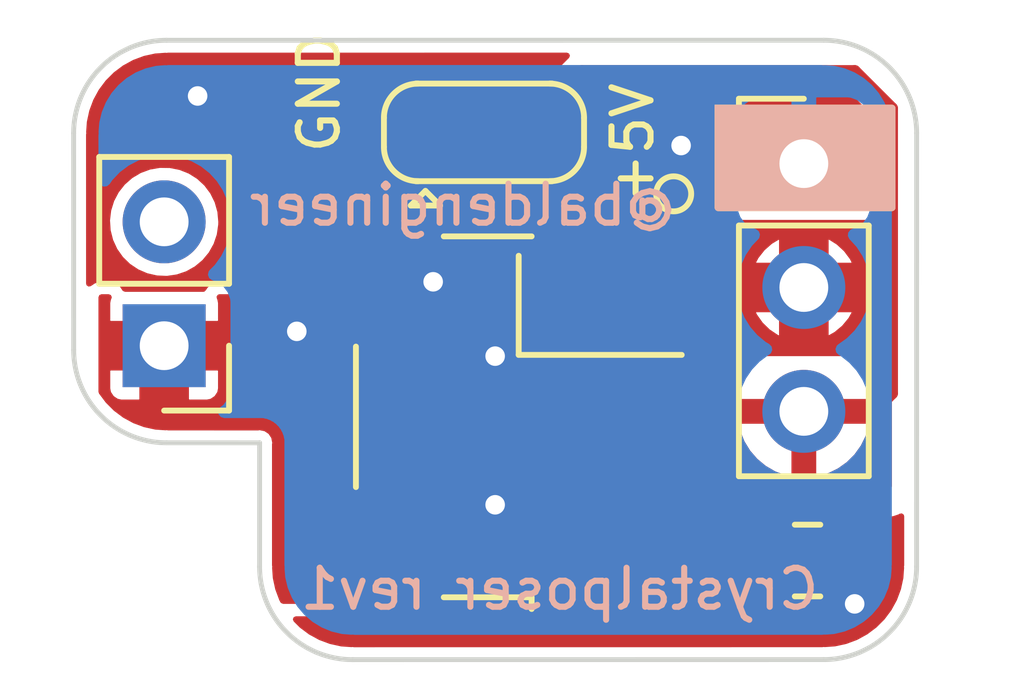
<source format=kicad_pcb>
(kicad_pcb (version 20211014) (generator pcbnew)
  (layers (0 "F.Cu" signal) (31 "B.Cu" signal) (34 "B.Paste" user) (35 "F.Paste" user) (36 "B.SilkS" user "B.Silkscreen") (37 "F.SilkS" user "F.Silkscreen") (38 "B.Mask" user) (39 "F.Mask" user) (44 "Edge.Cuts" user))
  (net 0 "")
  (net 1 "+5V")
  (net 2 "GND")
  (net 3 "/EN")
  (net 4 "/14M")
  (net 5 "/INT_14M")
  (footprint "Jumper:SolderJumper-3_P1.3mm_Open_RoundedPad1.0x1.5mm" (layer "F.Cu") (at 149.8854 116.8245)
    (fp_text reference "JP1" hide)
    (fp_text value "X_EN")
    (fp_line (start -1.2 1.2) (end -0.9 1.5) (layer "F.SilkS") (width 0.12))
    (fp_line (start -2.05 0.3) (end -2.05 -0.3) (layer "F.SilkS") (width 0.12))
    (fp_line (start -1.4 -1) (end 1.4 -1) (layer "F.SilkS") (width 0.12))
    (fp_line (start 2.05 -0.3) (end 2.05 0.3) (layer "F.SilkS") (width 0.12))
    (fp_line (start -1.5 1.5) (end -0.9 1.5) (layer "F.SilkS") (width 0.12))
    (fp_line (start 1.4 1) (end -1.4 1) (layer "F.SilkS") (width 0.12))
    (fp_line (start -1.2 1.2) (end -1.5 1.5) (layer "F.SilkS") (width 0.12))
    (fp_arc (start -2.05 -0.3) (mid -1.844975 -0.794975) (end -1.35 -1) (layer "F.SilkS") (width 0.12))
    (fp_arc (start 1.35 -1) (mid 1.844975 -0.794975) (end 2.05 -0.3) (layer "F.SilkS") (width 0.12))
    (fp_arc (start 2.05 0.3) (mid 1.844975 0.794975) (end 1.35 1) (layer "F.SilkS") (width 0.12))
    (fp_arc (start -1.35 1) (mid -1.844975 0.794975) (end -2.05 0.3) (layer "F.SilkS") (width 0.12))
    (pad "1" smd custom locked (at -1.3 0) (size 1 0.5) (layers "F.Cu" "F.Mask") (net 2 "GND") (options (clearance outline) (anchor rect)) (primitives (gr_circle (center 0 0.25) (end 0.5 0.25) (width 0) (fill yes)) (gr_circle (center 0 -0.25) (end 0.5 -0.25) (width 0) (fill yes)) (gr_poly (pts (xy 0.55 0.75) (xy 0 0.75) (xy 0 -0.75) (xy 0.55 -0.75)) (width 0) (fill yes))))
    (pad "2" smd rect locked (at 0 0) (size 1 1.5) (layers "F.Cu" "F.Mask") (net 3 "/EN"))
    (pad "3" smd custom locked (at 1.3 0) (size 1 0.5) (layers "F.Cu" "F.Mask") (net 1 "+5V") (options (clearance outline) (anchor rect)) (primitives (gr_circle (center 0 0.25) (end 0.5 0.25) (width 0) (fill yes)) (gr_circle (center 0 -0.25) (end 0.5 -0.25) (width 0) (fill yes)) (gr_poly (pts (xy 0 0.75) (xy -0.55 0.75) (xy -0.55 -0.75) (xy 0 -0.75)) (width 0) (fill yes))))
  )
  (footprint "My Libraries:Oscillator_MCP_SMD_7050" (layer "F.Cu") (at 149.9616 122.6566 90)
    (fp_text reference "X1" hide)
    (fp_text value "14.31818MHz")
    (fp_line (start 1.27 0.635) (end 1.27 3.975) (layer "F.SilkS") (width 0.12))
    (fp_line (start -3.94 0.9) (end -3.7 0.9) (layer "F.SilkS") (width 0.12))
    (fp_line (start -3.7 0.9) (end -3.7 -0.9) (layer "F.SilkS") (width 0.12))
    (fp_line (start -1.44 -2.7) (end 1.44 -2.7) (layer "F.SilkS") (width 0.12))
    (fp_line (start 1.27 0.635) (end 3.302 0.635) (layer "F.SilkS") (width 0.12))
    (fp_line (start 3.7 -0.9) (end 3.7 0.9) (layer "F.SilkS") (width 0.12))
    (fp_circle (center 4.572 3.81) (end 4.318 4.064) (layer "F.SilkS") (width 0.12) (fill none))
    (pad "1" smd rect (at 2.63 2.6 90) (size 1.98 3) (layers "F.Cu" "F.Paste" "F.Mask") (net 3 "/EN"))
    (pad "2" smd rect (at 2.63 -2.6 90) (size 1.98 3) (layers "F.Cu" "F.Paste" "F.Mask") (net 2 "GND"))
    (pad "3" smd rect (at -2.63 -2.6 90) (size 1.98 3) (layers "F.Cu" "F.Paste" "F.Mask") (net 4 "/14M"))
    (pad "4" smd rect (at -2.63 2.6 90) (size 1.98 3) (layers "F.Cu" "F.Paste" "F.Mask") (net 1 "+5V"))
  )
  (footprint "Capacitor_SMD:C_0805_2012Metric" (layer "F.Cu") (at 156.5148 125.603)
    (fp_text reference "C1" hide)
    (fp_text value "1uF")
    (fp_line (start -0.261252 0.735) (end 0.261252 0.735) (layer "F.SilkS") (width 0.12))
    (fp_line (start -0.261252 -0.735) (end 0.261252 -0.735) (layer "F.SilkS") (width 0.12))
    (pad "1" smd roundrect locked (at -0.95 0) (size 1 1.45) (layers "F.Cu" "F.Paste" "F.Mask") (net 1 "+5V"))
    (pad "2" smd roundrect locked (at 0.95 0) (size 1 1.45) (layers "F.Cu" "F.Paste" "F.Mask") (net 2 "GND"))
  )
  (footprint "Connector_PinHeader_2.54mm:PinHeader_1x02_P2.54mm_Vertical" (layer "F.Cu") (at 143.3322 121.1984 180)
    (fp_text reference "J2" hide)
    (fp_text value "14M_SEL")
    (fp_line (start 1.33 1.27) (end 1.33 3.87) (layer "F.SilkS") (width 0.12))
    (fp_line (start -1.33 1.27) (end -1.33 3.87) (layer "F.SilkS") (width 0.12))
    (fp_line (start -1.33 3.87) (end 1.33 3.87) (layer "F.SilkS") (width 0.12))
    (fp_line (start -1.33 -1.33) (end 0 -1.33) (layer "F.SilkS") (width 0.12))
    (fp_line (start -1.33 1.27) (end 1.33 1.27) (layer "F.SilkS") (width 0.12))
    (fp_line (start -1.33 0) (end -1.33 -1.33) (layer "F.SilkS") (width 0.12))
    (pad "1" thru_hole rect locked (at 0 0 180) (size 1.7 1.7) (drill 1) (layers *.Cu *.Mask) (net 4 "/14M"))
    (pad "2" thru_hole oval locked (at 0 2.54 180) (size 1.7 1.7) (drill 1) (layers *.Cu *.Mask) (net 5 "/INT_14M"))
  )
  (footprint "Connector_PinHeader_2.54mm:PinHeader_1x03_P2.54mm_Vertical" (layer "F.Cu") (at 156.4386 117.4646)
    (fp_text reference "J1" hide)
    (fp_text value "14M Enable")
    (fp_line (start -1.33 -1.33) (end 0 -1.33) (layer "F.SilkS") (width 0.12))
    (fp_line (start 1.33 1.27) (end 1.33 6.41) (layer "F.SilkS") (width 0.12))
    (fp_line (start -1.33 1.27) (end -1.33 6.41) (layer "F.SilkS") (width 0.12))
    (fp_line (start -1.33 1.27) (end 1.33 1.27) (layer "F.SilkS") (width 0.12))
    (fp_line (start -1.33 0) (end -1.33 -1.33) (layer "F.SilkS") (width 0.12))
    (fp_line (start -1.33 6.41) (end 1.33 6.41) (layer "F.SilkS") (width 0.12))
    (pad "1" thru_hole rect locked (at 0 0) (size 1.7 1.7) (drill 1) (layers *.Cu *.Mask) (net 2 "GND"))
    (pad "2" thru_hole oval locked (at 0 2.54) (size 1.7 1.7) (drill 1) (layers *.Cu *.Mask) (net 3 "/EN"))
    (pad "3" thru_hole oval locked (at 0 5.08) (size 1.7 1.7) (drill 1) (layers *.Cu *.Mask) (net 1 "+5V"))
  )
  (gr_rect (start 154.686 118.364) (end 158.242 116.332) (layer "B.SilkS") (width 0.15) (fill solid))
  (gr_rect (start 154.686 116.332) (end 158.242 118.364) (layer "F.SilkS") (width 0.15) (fill solid))
  (gr_arc (start 156.845 114.935) (mid 158.192038 115.492962) (end 158.75 116.84) (layer "Edge.Cuts") (width 0.1))
  (gr_line (start 145.288 123.19) (end 145.288 125.73) (layer "Edge.Cuts") (width 0.1))
  (gr_arc (start 143.383838 123.189162) (mid 142.0368 122.6312) (end 141.478838 121.284162) (layer "Edge.Cuts") (width 0.1))
  (gr_line (start 143.383838 123.189162) (end 145.288 123.19) (layer "Edge.Cuts") (width 0.1))
  (gr_arc (start 158.749162 125.729162) (mid 158.1912 127.0762) (end 156.844162 127.634162) (layer "Edge.Cuts") (width 0.1))
  (gr_arc (start 147.193 127.635) (mid 145.845962 127.077038) (end 145.288 125.73) (layer "Edge.Cuts") (width 0.1))
  (gr_line (start 141.478838 121.284162) (end 141.478 116.840838) (layer "Edge.Cuts") (width 0.1))
  (gr_line (start 156.844162 127.634162) (end 147.193 127.635) (layer "Edge.Cuts") (width 0.1))
  (gr_line (start 143.383 114.935838) (end 156.845 114.935) (layer "Edge.Cuts") (width 0.1))
  (gr_line (start 158.75 116.84) (end 158.749162 125.729162) (layer "Edge.Cuts") (width 0.1))
  (gr_arc (start 141.478 116.840838) (mid 142.035962 115.4938) (end 143.383 114.935838) (layer "Edge.Cuts") (width 0.1))
  (gr_text "Crystalposer rev1" (at 151.4348 126.1872) (layer "B.SilkS") (effects (font (size 0.8 0.8) (thickness 0.125)) (justify mirror)))
  (gr_text "@baldengineer" (at 149.4536 118.3132) (layer "B.SilkS") (effects (font (size 0.8 0.8) (thickness 0.125)) (justify mirror)))
  (gr_text "GND	" (at 146.5072 115.7224 90) (layer "F.SilkS") (effects (font (size 0.8 0.8) (thickness 0.125))))
  (gr_text "+5V" (at 152.9334 117.0432 90) (layer "F.SilkS") (effects (font (size 0.8 0.8) (thickness 0.125))))
  (segment (start 151.1854 116.2766) (end 151.892 115.57) (width 0.25) (layer "F.Cu") (net 1))
  (segment (start 158.242 122.174) (end 157.8714 122.5446) (width 0.25) (layer "F.Cu") (net 1))
  (segment (start 151.1854 116.8245) (end 151.1854 116.2766) (width 0.25) (layer "F.Cu") (net 1))
  (segment (start 158.242 116.332) (end 158.242 122.174) (width 0.25) (layer "F.Cu") (net 1))
  (segment (start 157.8714 122.5446) (end 156.4386 122.5446) (width 0.25) (layer "F.Cu") (net 1))
  (segment (start 157.48 115.57) (end 158.242 116.332) (width 0.25) (layer "F.Cu") (net 1))
  (segment (start 151.892 115.57) (end 157.48 115.57) (width 0.25) (layer "F.Cu") (net 1))
  (via (at 146.05 120.904) (size 0.8) (drill 0.4) (layers "F.Cu" "B.Cu") (net 2))
  (via (at 153.924 117.094) (size 0.8) (drill 0.4) (layers "F.Cu" "B.Cu") (net 2))
  (via (at 157.48 126.492) (size 0.8) (drill 0.4) (layers "F.Cu" "B.Cu") (net 2))
  (via (at 148.844 119.888) (size 0.8) (drill 0.4) (layers "F.Cu" "B.Cu") (net 2))
  (via (at 150.114 124.46) (size 0.8) (drill 0.4) (layers "F.Cu" "B.Cu") (net 2))
  (via (at 150.114 121.412) (size 0.8) (drill 0.4) (layers "F.Cu" "B.Cu") (net 2))
  (via (at 144.018 116.078) (size 0.8) (drill 0.4) (layers "F.Cu" "B.Cu") (net 2))
  (segment (start 149.8854 116.8245) (end 149.8854 119.1514) (width 0.25) (layer "F.Cu") (net 3))
  (segment (start 149.8854 119.1514) (end 150.7606 120.0266) (width 0.25) (layer "F.Cu") (net 3))
  (segment (start 150.7606 120.0266) (end 152.5616 120.0266) (width 0.25) (layer "F.Cu") (net 3))
  (zone (net 3) (net_name "/EN") (layer "F.Cu") (priority 2) (connect_pads thru_hole_only (clearance 0.254)) (min_thickness 0.127) (fill yes (thermal_gap 0.254) (thermal_bridge_width 1.016))
    (polygon (pts (xy 158.242 121.412) (xy 150.622 121.412) (xy 150.622 118.618) (xy 158.242 118.618)))
  )
  (zone (net 2) (net_name "GND") (layer "F.Cu") (connect_pads thru_hole_only (clearance 0.254)) (min_thickness 0.127) (fill yes (thermal_gap 0.254) (thermal_bridge_width 1.016) (smoothing fillet) (radius 1))
    (polygon (pts (xy 159.004 128.27) (xy 140.716 128.27) (xy 140.716 114.3) (xy 159.004 114.3)))
  )
  (zone (net 1) (net_name "+5V") (layer "F.Cu") (priority 1) (connect_pads thru_hole_only (clearance 0.508)) (min_thickness 0.254) (fill yes (thermal_gap 0.508) (thermal_bridge_width 0.508))
    (polygon (pts (xy 158.242 124.206) (xy 156.464 124.206) (xy 156.464 126.492) (xy 150.622 126.492) (xy 150.622 121.412) (xy 158.242 121.412)))
  )
  (zone (net 4) (net_name "/14M") (layer "F.Cu") (priority 2) (connect_pads thru_hole_only (clearance 0.254)) (min_thickness 0.127) (fill yes (thermal_gap 0.254) (thermal_bridge_width 1.016))
    (polygon (pts (xy 149.606 126.492) (xy 143.256 126.492) (xy 143.256 123.19) (xy 141.986 123.19) (xy 141.986 120.142) (xy 149.606 120.142)))
  )
  (zone (net 2) (net_name "GND") (layer "B.Cu") (connect_pads thru_hole_only (clearance 0.508)) (min_thickness 0.254) (fill yes (thermal_gap 0.508) (thermal_bridge_width 0.508) (smoothing fillet) (radius 1))
    (polygon (pts (xy 159.2834 127.9906) (xy 140.0556 128.2192) (xy 140.1826 114.3) (xy 159.258 114.2746)))
  )
)
</source>
